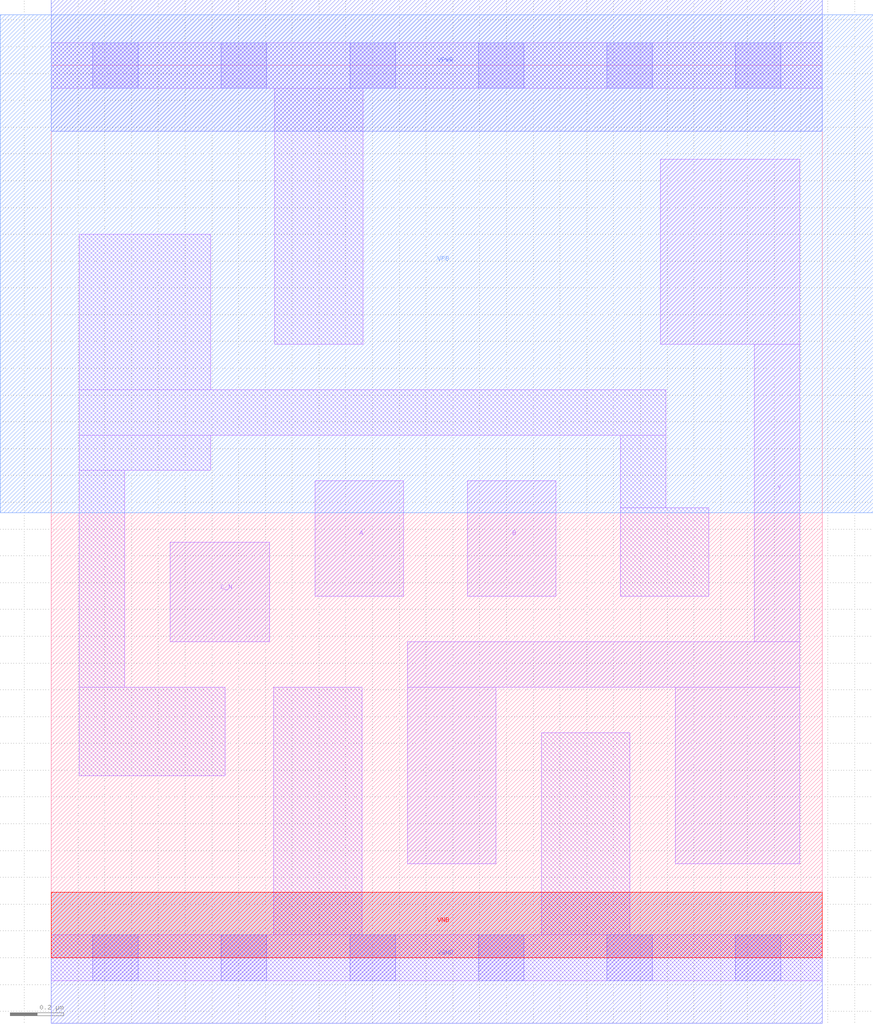
<source format=lef>
# Copyright 2020 The SkyWater PDK Authors
#
# Licensed under the Apache License, Version 2.0 (the "License");
# you may not use this file except in compliance with the License.
# You may obtain a copy of the License at
#
#     https://www.apache.org/licenses/LICENSE-2.0
#
# Unless required by applicable law or agreed to in writing, software
# distributed under the License is distributed on an "AS IS" BASIS,
# WITHOUT WARRANTIES OR CONDITIONS OF ANY KIND, either express or implied.
# See the License for the specific language governing permissions and
# limitations under the License.
#
# SPDX-License-Identifier: Apache-2.0

VERSION 5.7 ;
  NOWIREEXTENSIONATPIN ON ;
  DIVIDERCHAR "/" ;
  BUSBITCHARS "[]" ;
MACRO sky130_fd_sc_ls__nor3b_1
  CLASS CORE ;
  FOREIGN sky130_fd_sc_ls__nor3b_1 ;
  ORIGIN  0.000000  0.000000 ;
  SIZE  2.880000 BY  3.330000 ;
  SYMMETRY X Y ;
  SITE unit ;
  PIN A
    ANTENNAGATEAREA  0.279000 ;
    DIRECTION INPUT ;
    USE SIGNAL ;
    PORT
      LAYER li1 ;
        RECT 0.985000 1.350000 1.315000 1.780000 ;
    END
  END A
  PIN B
    ANTENNAGATEAREA  0.279000 ;
    DIRECTION INPUT ;
    USE SIGNAL ;
    PORT
      LAYER li1 ;
        RECT 1.555000 1.350000 1.885000 1.780000 ;
    END
  END B
  PIN C_N
    ANTENNAGATEAREA  0.208500 ;
    DIRECTION INPUT ;
    USE SIGNAL ;
    PORT
      LAYER li1 ;
        RECT 0.445000 1.180000 0.815000 1.550000 ;
    END
  END C_N
  PIN Y
    ANTENNADIFFAREA  0.778100 ;
    DIRECTION OUTPUT ;
    USE SIGNAL ;
    PORT
      LAYER li1 ;
        RECT 1.330000 0.350000 1.660000 1.010000 ;
        RECT 1.330000 1.010000 2.795000 1.180000 ;
        RECT 2.275000 2.290000 2.795000 2.980000 ;
        RECT 2.330000 0.350000 2.795000 1.010000 ;
        RECT 2.625000 1.180000 2.795000 2.290000 ;
    END
  END Y
  PIN VGND
    DIRECTION INOUT ;
    SHAPE ABUTMENT ;
    USE GROUND ;
    PORT
      LAYER met1 ;
        RECT 0.000000 -0.245000 2.880000 0.245000 ;
    END
  END VGND
  PIN VNB
    DIRECTION INOUT ;
    USE GROUND ;
    PORT
      LAYER pwell ;
        RECT 0.000000 0.000000 2.880000 0.245000 ;
    END
  END VNB
  PIN VPB
    DIRECTION INOUT ;
    USE POWER ;
    PORT
      LAYER nwell ;
        RECT -0.190000 1.660000 3.070000 3.520000 ;
    END
  END VPB
  PIN VPWR
    DIRECTION INOUT ;
    SHAPE ABUTMENT ;
    USE POWER ;
    PORT
      LAYER met1 ;
        RECT 0.000000 3.085000 2.880000 3.575000 ;
    END
  END VPWR
  OBS
    LAYER li1 ;
      RECT 0.000000 -0.085000 2.880000 0.085000 ;
      RECT 0.000000  3.245000 2.880000 3.415000 ;
      RECT 0.105000  0.680000 0.650000 1.010000 ;
      RECT 0.105000  1.010000 0.275000 1.820000 ;
      RECT 0.105000  1.820000 0.595000 1.950000 ;
      RECT 0.105000  1.950000 2.295000 2.120000 ;
      RECT 0.105000  2.120000 0.595000 2.700000 ;
      RECT 0.830000  0.085000 1.160000 1.010000 ;
      RECT 0.835000  2.290000 1.165000 3.245000 ;
      RECT 1.830000  0.085000 2.160000 0.840000 ;
      RECT 2.125000  1.350000 2.455000 1.680000 ;
      RECT 2.125000  1.680000 2.295000 1.950000 ;
    LAYER mcon ;
      RECT 0.155000 -0.085000 0.325000 0.085000 ;
      RECT 0.155000  3.245000 0.325000 3.415000 ;
      RECT 0.635000 -0.085000 0.805000 0.085000 ;
      RECT 0.635000  3.245000 0.805000 3.415000 ;
      RECT 1.115000 -0.085000 1.285000 0.085000 ;
      RECT 1.115000  3.245000 1.285000 3.415000 ;
      RECT 1.595000 -0.085000 1.765000 0.085000 ;
      RECT 1.595000  3.245000 1.765000 3.415000 ;
      RECT 2.075000 -0.085000 2.245000 0.085000 ;
      RECT 2.075000  3.245000 2.245000 3.415000 ;
      RECT 2.555000 -0.085000 2.725000 0.085000 ;
      RECT 2.555000  3.245000 2.725000 3.415000 ;
  END
END sky130_fd_sc_ls__nor3b_1
END LIBRARY

</source>
